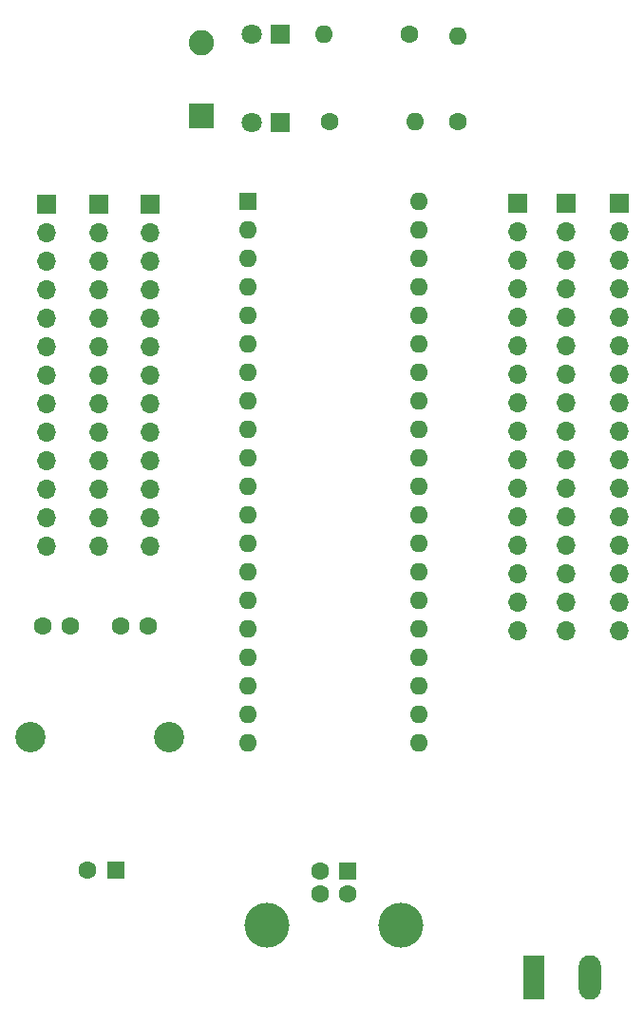
<source format=gbr>
<<<<<<< HEAD
%TF.GenerationSoftware,KiCad,Pcbnew,8.0.8*%
%TF.CreationDate,2025-04-09T17:27:57-06:00*%
%TF.ProjectId,Coquirana1,436f7175-6972-4616-9e61-312e6b696361,rev?*%
%TF.SameCoordinates,Original*%
%TF.FileFunction,Soldermask,Bot*%
%TF.FilePolarity,Negative*%
%FSLAX46Y46*%
G04 Gerber Fmt 4.6, Leading zero omitted, Abs format (unit mm)*
G04 Created by KiCad (PCBNEW 8.0.8) date 2025-04-09 17:27:57*
%MOMM*%
%LPD*%
G01*
G04 APERTURE LIST*
%ADD10C,1.600000*%
%ADD11O,1.600000X1.600000*%
%ADD12R,1.700000X1.700000*%
%ADD13O,1.700000X1.700000*%
%ADD14R,2.250000X2.250000*%
%ADD15C,2.250000*%
%ADD16R,1.600000X1.600000*%
%ADD17R,1.800000X1.800000*%
%ADD18C,1.800000*%
%ADD19R,1.980000X3.960000*%
%ADD20O,1.980000X3.960000*%
%ADD21C,4.000000*%
%ADD22C,2.700000*%
G04 APERTURE END LIST*
D10*
%TO.C,R1*%
X160450000Y-57910000D03*
D11*
X160450000Y-50290000D03*
%TD*%
D12*
%TO.C,J3*%
X123800000Y-65210000D03*
D13*
X123800000Y-67750000D03*
X123800000Y-70290000D03*
X123800000Y-72830000D03*
X123800000Y-75370000D03*
X123800000Y-77910000D03*
X123800000Y-80450000D03*
X123800000Y-82990000D03*
X123800000Y-85530000D03*
X123800000Y-88070000D03*
X123800000Y-90610000D03*
X123800000Y-93150000D03*
X123800000Y-95690000D03*
%TD*%
D10*
%TO.C,C1*%
X130400000Y-102850000D03*
X132900000Y-102850000D03*
%TD*%
D14*
%TO.C,SW1*%
X137650000Y-57350000D03*
D15*
X137650000Y-50850000D03*
%TD*%
D16*
%TO.C,C3*%
X129982380Y-124550000D03*
D10*
X127482380Y-124550000D03*
%TD*%
D16*
%TO.C,U1*%
X141760000Y-64950000D03*
D11*
X141760000Y-67490000D03*
X141760000Y-70030000D03*
X141760000Y-72570000D03*
X141760000Y-75110000D03*
X141760000Y-77650000D03*
X141760000Y-80190000D03*
X141760000Y-82730000D03*
X141760000Y-85270000D03*
X141760000Y-87810000D03*
X141760000Y-90350000D03*
X141760000Y-92890000D03*
X141760000Y-95430000D03*
X141760000Y-97970000D03*
X141760000Y-100510000D03*
X141760000Y-103050000D03*
X141760000Y-105590000D03*
X141760000Y-108130000D03*
X141760000Y-110670000D03*
X141760000Y-113210000D03*
X157000000Y-113210000D03*
X157000000Y-110670000D03*
X157000000Y-108130000D03*
X157000000Y-105590000D03*
X157000000Y-103050000D03*
X157000000Y-100510000D03*
X157000000Y-97970000D03*
X157000000Y-95430000D03*
X157000000Y-92890000D03*
X157000000Y-90350000D03*
X157000000Y-87810000D03*
X157000000Y-85270000D03*
X157000000Y-82730000D03*
X157000000Y-80190000D03*
X157000000Y-77650000D03*
X157000000Y-75110000D03*
X157000000Y-72570000D03*
X157000000Y-70030000D03*
X157000000Y-67490000D03*
X157000000Y-64950000D03*
%TD*%
D17*
%TO.C,D2*%
X144620000Y-57940000D03*
D18*
X142080000Y-57940000D03*
%TD*%
D12*
%TO.C,J4*%
X128450000Y-65210000D03*
D13*
X128450000Y-67750000D03*
X128450000Y-70290000D03*
X128450000Y-72830000D03*
X128450000Y-75370000D03*
X128450000Y-77910000D03*
X128450000Y-80450000D03*
X128450000Y-82990000D03*
X128450000Y-85530000D03*
X128450000Y-88070000D03*
X128450000Y-90610000D03*
X128450000Y-93150000D03*
X128450000Y-95690000D03*
%TD*%
D19*
%TO.C,J2*%
X167235000Y-134150000D03*
D20*
X172235000Y-134150000D03*
%TD*%
D12*
%TO.C,J6*%
X165800000Y-65150000D03*
D13*
X165800000Y-67690000D03*
X165800000Y-70230000D03*
X165800000Y-72770000D03*
X165800000Y-75310000D03*
X165800000Y-77850000D03*
X165800000Y-80390000D03*
X165800000Y-82930000D03*
X165800000Y-85470000D03*
X165800000Y-88010000D03*
X165800000Y-90550000D03*
X165800000Y-93090000D03*
X165800000Y-95630000D03*
X165800000Y-98170000D03*
X165800000Y-100710000D03*
X165800000Y-103250000D03*
%TD*%
D17*
%TO.C,D1*%
X144680000Y-50090000D03*
D18*
X142140000Y-50090000D03*
%TD*%
D10*
%TO.C,R2*%
X156190000Y-50040000D03*
D11*
X148570000Y-50040000D03*
%TD*%
D10*
%TO.C,C2*%
X123450000Y-102800000D03*
X125950000Y-102800000D03*
%TD*%
D16*
%TO.C,J1*%
X150700000Y-124662500D03*
D10*
X148200000Y-124662500D03*
X148200000Y-126662500D03*
X150700000Y-126662500D03*
D21*
X155450000Y-129522500D03*
X143450000Y-129522500D03*
%TD*%
D10*
%TO.C,R3*%
X149100000Y-57900000D03*
D11*
X156720000Y-57900000D03*
%TD*%
D22*
%TO.C,Y1*%
X122400000Y-112750000D03*
X134740000Y-112750000D03*
%TD*%
D12*
%TO.C,J8*%
X174900000Y-65150000D03*
D13*
X174900000Y-67690000D03*
X174900000Y-70230000D03*
X174900000Y-72770000D03*
X174900000Y-75310000D03*
X174900000Y-77850000D03*
X174900000Y-80390000D03*
X174900000Y-82930000D03*
X174900000Y-85470000D03*
X174900000Y-88010000D03*
X174900000Y-90550000D03*
X174900000Y-93090000D03*
X174900000Y-95630000D03*
X174900000Y-98170000D03*
X174900000Y-100710000D03*
X174900000Y-103250000D03*
%TD*%
D12*
%TO.C,J5*%
X133100000Y-65210000D03*
D13*
X133100000Y-67750000D03*
X133100000Y-70290000D03*
X133100000Y-72830000D03*
X133100000Y-75370000D03*
X133100000Y-77910000D03*
X133100000Y-80450000D03*
X133100000Y-82990000D03*
X133100000Y-85530000D03*
X133100000Y-88070000D03*
X133100000Y-90610000D03*
X133100000Y-93150000D03*
X133100000Y-95690000D03*
%TD*%
D12*
%TO.C,J7*%
X170150000Y-65150000D03*
D13*
X170150000Y-67690000D03*
X170150000Y-70230000D03*
X170150000Y-72770000D03*
X170150000Y-75310000D03*
X170150000Y-77850000D03*
X170150000Y-80390000D03*
X170150000Y-82930000D03*
X170150000Y-85470000D03*
X170150000Y-88010000D03*
X170150000Y-90550000D03*
X170150000Y-93090000D03*
X170150000Y-95630000D03*
X170150000Y-98170000D03*
X170150000Y-100710000D03*
X170150000Y-103250000D03*
%TD*%
M02*
=======
%TF.GenerationSoftware,KiCad,Pcbnew,8.0.8*%
%TF.CreationDate,2025-04-09T17:27:57-06:00*%
%TF.ProjectId,Coquirana1,436f7175-6972-4616-9e61-312e6b696361,rev?*%
%TF.SameCoordinates,Original*%
%TF.FileFunction,Soldermask,Bot*%
%TF.FilePolarity,Negative*%
%FSLAX46Y46*%
G04 Gerber Fmt 4.6, Leading zero omitted, Abs format (unit mm)*
G04 Created by KiCad (PCBNEW 8.0.8) date 2025-04-09 17:27:57*
%MOMM*%
%LPD*%
G01*
G04 APERTURE LIST*
%ADD10C,1.600000*%
%ADD11O,1.600000X1.600000*%
%ADD12R,1.700000X1.700000*%
%ADD13O,1.700000X1.700000*%
%ADD14R,2.250000X2.250000*%
%ADD15C,2.250000*%
%ADD16R,1.600000X1.600000*%
%ADD17R,1.800000X1.800000*%
%ADD18C,1.800000*%
%ADD19R,1.980000X3.960000*%
%ADD20O,1.980000X3.960000*%
%ADD21C,4.000000*%
%ADD22C,2.700000*%
G04 APERTURE END LIST*
D10*
%TO.C,R1*%
X160450000Y-57910000D03*
D11*
X160450000Y-50290000D03*
%TD*%
D12*
%TO.C,J3*%
X123800000Y-65210000D03*
D13*
X123800000Y-67750000D03*
X123800000Y-70290000D03*
X123800000Y-72830000D03*
X123800000Y-75370000D03*
X123800000Y-77910000D03*
X123800000Y-80450000D03*
X123800000Y-82990000D03*
X123800000Y-85530000D03*
X123800000Y-88070000D03*
X123800000Y-90610000D03*
X123800000Y-93150000D03*
X123800000Y-95690000D03*
%TD*%
D10*
%TO.C,C1*%
X130400000Y-102850000D03*
X132900000Y-102850000D03*
%TD*%
D14*
%TO.C,SW1*%
X137650000Y-57350000D03*
D15*
X137650000Y-50850000D03*
%TD*%
D16*
%TO.C,C3*%
X129982380Y-124550000D03*
D10*
X127482380Y-124550000D03*
%TD*%
D16*
%TO.C,U1*%
X141760000Y-64950000D03*
D11*
X141760000Y-67490000D03*
X141760000Y-70030000D03*
X141760000Y-72570000D03*
X141760000Y-75110000D03*
X141760000Y-77650000D03*
X141760000Y-80190000D03*
X141760000Y-82730000D03*
X141760000Y-85270000D03*
X141760000Y-87810000D03*
X141760000Y-90350000D03*
X141760000Y-92890000D03*
X141760000Y-95430000D03*
X141760000Y-97970000D03*
X141760000Y-100510000D03*
X141760000Y-103050000D03*
X141760000Y-105590000D03*
X141760000Y-108130000D03*
X141760000Y-110670000D03*
X141760000Y-113210000D03*
X157000000Y-113210000D03*
X157000000Y-110670000D03*
X157000000Y-108130000D03*
X157000000Y-105590000D03*
X157000000Y-103050000D03*
X157000000Y-100510000D03*
X157000000Y-97970000D03*
X157000000Y-95430000D03*
X157000000Y-92890000D03*
X157000000Y-90350000D03*
X157000000Y-87810000D03*
X157000000Y-85270000D03*
X157000000Y-82730000D03*
X157000000Y-80190000D03*
X157000000Y-77650000D03*
X157000000Y-75110000D03*
X157000000Y-72570000D03*
X157000000Y-70030000D03*
X157000000Y-67490000D03*
X157000000Y-64950000D03*
%TD*%
D17*
%TO.C,D2*%
X144620000Y-57940000D03*
D18*
X142080000Y-57940000D03*
%TD*%
D12*
%TO.C,J4*%
X128450000Y-65210000D03*
D13*
X128450000Y-67750000D03*
X128450000Y-70290000D03*
X128450000Y-72830000D03*
X128450000Y-75370000D03*
X128450000Y-77910000D03*
X128450000Y-80450000D03*
X128450000Y-82990000D03*
X128450000Y-85530000D03*
X128450000Y-88070000D03*
X128450000Y-90610000D03*
X128450000Y-93150000D03*
X128450000Y-95690000D03*
%TD*%
D19*
%TO.C,J2*%
X167235000Y-134150000D03*
D20*
X172235000Y-134150000D03*
%TD*%
D12*
%TO.C,J6*%
X165800000Y-65150000D03*
D13*
X165800000Y-67690000D03*
X165800000Y-70230000D03*
X165800000Y-72770000D03*
X165800000Y-75310000D03*
X165800000Y-77850000D03*
X165800000Y-80390000D03*
X165800000Y-82930000D03*
X165800000Y-85470000D03*
X165800000Y-88010000D03*
X165800000Y-90550000D03*
X165800000Y-93090000D03*
X165800000Y-95630000D03*
X165800000Y-98170000D03*
X165800000Y-100710000D03*
X165800000Y-103250000D03*
%TD*%
D17*
%TO.C,D1*%
X144680000Y-50090000D03*
D18*
X142140000Y-50090000D03*
%TD*%
D10*
%TO.C,R2*%
X156190000Y-50040000D03*
D11*
X148570000Y-50040000D03*
%TD*%
D10*
%TO.C,C2*%
X123450000Y-102800000D03*
X125950000Y-102800000D03*
%TD*%
D16*
%TO.C,J1*%
X150700000Y-124662500D03*
D10*
X148200000Y-124662500D03*
X148200000Y-126662500D03*
X150700000Y-126662500D03*
D21*
X155450000Y-129522500D03*
X143450000Y-129522500D03*
%TD*%
D10*
%TO.C,R3*%
X149100000Y-57900000D03*
D11*
X156720000Y-57900000D03*
%TD*%
D22*
%TO.C,Y1*%
X122400000Y-112750000D03*
X134740000Y-112750000D03*
%TD*%
D12*
%TO.C,J8*%
X174900000Y-65150000D03*
D13*
X174900000Y-67690000D03*
X174900000Y-70230000D03*
X174900000Y-72770000D03*
X174900000Y-75310000D03*
X174900000Y-77850000D03*
X174900000Y-80390000D03*
X174900000Y-82930000D03*
X174900000Y-85470000D03*
X174900000Y-88010000D03*
X174900000Y-90550000D03*
X174900000Y-93090000D03*
X174900000Y-95630000D03*
X174900000Y-98170000D03*
X174900000Y-100710000D03*
X174900000Y-103250000D03*
%TD*%
D12*
%TO.C,J5*%
X133100000Y-65210000D03*
D13*
X133100000Y-67750000D03*
X133100000Y-70290000D03*
X133100000Y-72830000D03*
X133100000Y-75370000D03*
X133100000Y-77910000D03*
X133100000Y-80450000D03*
X133100000Y-82990000D03*
X133100000Y-85530000D03*
X133100000Y-88070000D03*
X133100000Y-90610000D03*
X133100000Y-93150000D03*
X133100000Y-95690000D03*
%TD*%
D12*
%TO.C,J7*%
X170150000Y-65150000D03*
D13*
X170150000Y-67690000D03*
X170150000Y-70230000D03*
X170150000Y-72770000D03*
X170150000Y-75310000D03*
X170150000Y-77850000D03*
X170150000Y-80390000D03*
X170150000Y-82930000D03*
X170150000Y-85470000D03*
X170150000Y-88010000D03*
X170150000Y-90550000D03*
X170150000Y-93090000D03*
X170150000Y-95630000D03*
X170150000Y-98170000D03*
X170150000Y-100710000D03*
X170150000Y-103250000D03*
%TD*%
M02*
>>>>>>> c247ddddf8102dd7b5f2e1b32e1eb3e55a767da4

</source>
